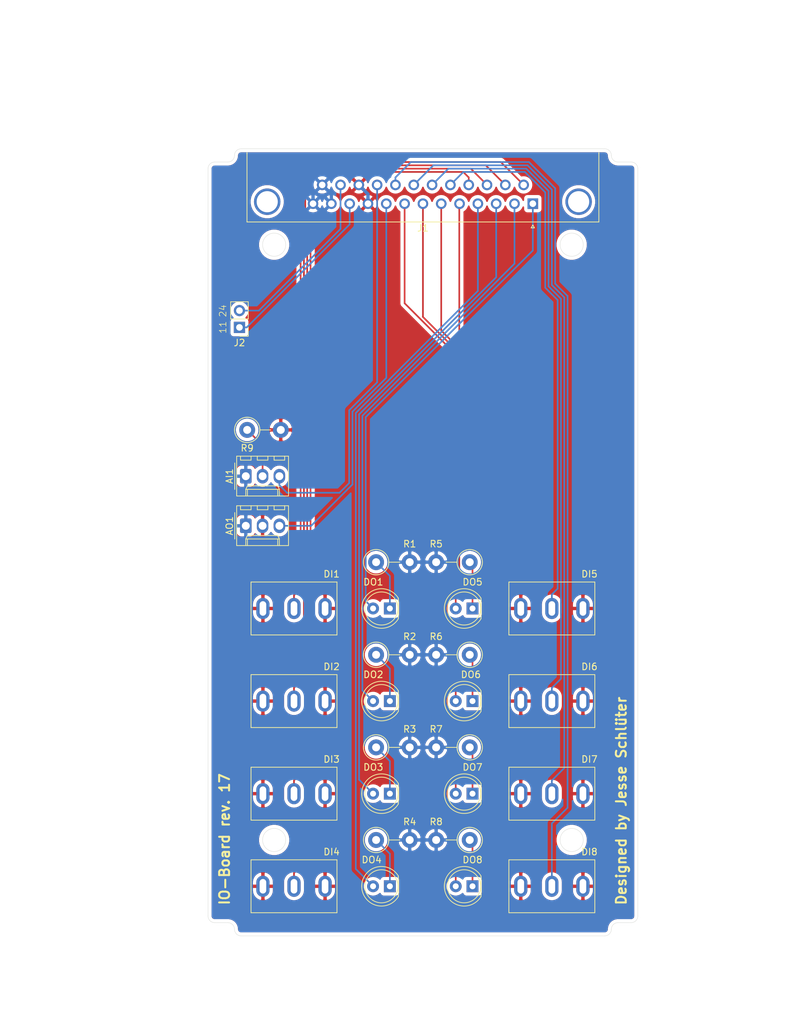
<source format=kicad_pcb>
(kicad_pcb (version 20171130) (host pcbnew 5.1.5)
  (title_block (title IO-Board) (date 2020-03-08) (rev 17) (company "Michael Dziallas Engineering") (comment 1 "Jesse Schlüter"))
  (layers (0 F.Cu signal) (31 B.Cu signal) (34 B.Paste user) (35 F.Paste user) (36 B.SilkS user) (37 F.SilkS user) (38 B.Mask user) (39 F.Mask user) (44 Edge.Cuts user))
  (net 0 "")
  (net 1 /L+Sensor)
  (net 2 /EW)
  (net 3 /En.8)
  (net 4 /En.7)
  (net 5 /En.6)
  (net 6 /En.5)
  (net 7 /En.4)
  (net 8 /En.3)
  (net 9 /En.2)
  (net 10 /En.1)
  (net 11 /AW)
  (net 12 /An.8)
  (net 13 /An.7)
  (net 14 /An.6)
  (net 15 /An.5)
  (net 16 /An.4)
  (net 17 /An.3)
  (net 18 /An.2)
  (net 19 /An.1)
  (net 20 /Masse)
  (net 21 "Net-(J1-Pad0)")
  (net 22 "Net-(AI1-Pad2)")
  (net 23 "Net-(DO1-Pad1)")
  (net 24 "Net-(DO2-Pad1)")
  (net 25 "Net-(DO3-Pad1)")
  (net 26 "Net-(DO4-Pad1)")
  (net 27 "Net-(DO5-Pad1)")
  (net 28 "Net-(DO6-Pad1)")
  (net 29 "Net-(DO7-Pad1)")
  (net 30 "Net-(DO8-Pad1)")
  (net 31 "Net-(J1-Pad24)")
  (net 32 "Net-(J1-Pad11)")
  (module Helix360_Switches:MTS-113 (layer F.Cu) (at 129.5 192)
    (fp_text reference DI8 (at 7 -5.2) (layer F.SilkS) (effects (justify right)))
    (fp_text value SW_SPDT)
    (fp_line (start -6.5 -4) (end 6.5 -4) (layer F.SilkS) (width 0.12))
    (fp_line (start 6.5 -4) (end 6.5 4) (layer F.SilkS) (width 0.12))
    (fp_line (start 6.5 4) (end -6.5 4) (layer F.SilkS) (width 0.12))
    (fp_line (start -6.5 4) (end -6.5 -4) (layer F.SilkS) (width 0.12))
    (pad 1 thru_hole oval (at -4.7 0) (size 2 3.2) (drill oval 1 2.2) (layers *.Cu *.Mask) (net 1 /L+Sensor))
    (pad 2 thru_hole oval (at 0 0) (size 2 3.2) (drill oval 1 2.2) (layers *.Cu *.Mask) (net 3 /En.8))
    (pad 3 thru_hole oval (at 4.7 0) (size 2 3.2) (drill oval 1 2.2) (layers *.Cu *.Mask) (net 1 /L+Sensor))
  )
  (module Helix360_Switches:MTS-113 (layer F.Cu) (at 129.5 178)
    (fp_text reference DI7 (at 7 -5.2) (layer F.SilkS) (effects (justify right)))
    (fp_text value SW_SPDT)
    (fp_line (start -6.5 -4) (end 6.5 -4) (layer F.SilkS) (width 0.12))
    (fp_line (start 6.5 -4) (end 6.5 4) (layer F.SilkS) (width 0.12))
    (fp_line (start 6.5 4) (end -6.5 4) (layer F.SilkS) (width 0.12))
    (fp_line (start -6.5 4) (end -6.5 -4) (layer F.SilkS) (width 0.12))
    (pad 1 thru_hole oval (at -4.7 0) (size 2 3.2) (drill oval 1 2.2) (layers *.Cu *.Mask) (net 1 /L+Sensor))
    (pad 2 thru_hole oval (at 0 0) (size 2 3.2) (drill oval 1 2.2) (layers *.Cu *.Mask) (net 4 /En.7))
    (pad 3 thru_hole oval (at 4.7 0) (size 2 3.2) (drill oval 1 2.2) (layers *.Cu *.Mask) (net 1 /L+Sensor))
  )
  (module Helix360_Switches:MTS-113 (layer F.Cu) (at 129.5 164)
    (fp_text reference DI6 (at 7 -5.2) (layer F.SilkS) (effects (justify right)))
    (fp_text value SW_SPDT)
    (fp_line (start -6.5 -4) (end 6.5 -4) (layer F.SilkS) (width 0.12))
    (fp_line (start 6.5 -4) (end 6.5 4) (layer F.SilkS) (width 0.12))
    (fp_line (start 6.5 4) (end -6.5 4) (layer F.SilkS) (width 0.12))
    (fp_line (start -6.5 4) (end -6.5 -4) (layer F.SilkS) (width 0.12))
    (pad 1 thru_hole oval (at -4.7 0) (size 2 3.2) (drill oval 1 2.2) (layers *.Cu *.Mask) (net 1 /L+Sensor))
    (pad 2 thru_hole oval (at 0 0) (size 2 3.2) (drill oval 1 2.2) (layers *.Cu *.Mask) (net 5 /En.6))
    (pad 3 thru_hole oval (at 4.7 0) (size 2 3.2) (drill oval 1 2.2) (layers *.Cu *.Mask) (net 1 /L+Sensor))
  )
  (module Helix360_Switches:MTS-113 (layer F.Cu) (at 129.5 150)
    (fp_text reference DI5 (at 7 -5.2) (layer F.SilkS) (effects (justify right)))
    (fp_text value SW_SPDT)
    (fp_line (start -6.5 -4) (end 6.5 -4) (layer F.SilkS) (width 0.12))
    (fp_line (start 6.5 -4) (end 6.5 4) (layer F.SilkS) (width 0.12))
    (fp_line (start 6.5 4) (end -6.5 4) (layer F.SilkS) (width 0.12))
    (fp_line (start -6.5 4) (end -6.5 -4) (layer F.SilkS) (width 0.12))
    (pad 1 thru_hole oval (at -4.7 0) (size 2 3.2) (drill oval 1 2.2) (layers *.Cu *.Mask) (net 1 /L+Sensor))
    (pad 2 thru_hole oval (at 0 0) (size 2 3.2) (drill oval 1 2.2) (layers *.Cu *.Mask) (net 6 /En.5))
    (pad 3 thru_hole oval (at 4.7 0) (size 2 3.2) (drill oval 1 2.2) (layers *.Cu *.Mask) (net 1 /L+Sensor))
  )
  (module Helix360_Switches:MTS-113 (layer F.Cu) (at 90.5 192)
    (fp_text reference DI4 (at 7 -5.2) (layer F.SilkS) (effects (justify right)))
    (fp_text value SW_SPDT)
    (fp_line (start -6.5 -4) (end 6.5 -4) (layer F.SilkS) (width 0.12))
    (fp_line (start 6.5 -4) (end 6.5 4) (layer F.SilkS) (width 0.12))
    (fp_line (start 6.5 4) (end -6.5 4) (layer F.SilkS) (width 0.12))
    (fp_line (start -6.5 4) (end -6.5 -4) (layer F.SilkS) (width 0.12))
    (pad 1 thru_hole oval (at -4.7 0) (size 2 3.2) (drill oval 1 2.2) (layers *.Cu *.Mask) (net 1 /L+Sensor))
    (pad 2 thru_hole oval (at 0 0) (size 2 3.2) (drill oval 1 2.2) (layers *.Cu *.Mask) (net 7 /En.4))
    (pad 3 thru_hole oval (at 4.7 0) (size 2 3.2) (drill oval 1 2.2) (layers *.Cu *.Mask) (net 1 /L+Sensor))
  )
  (module Helix360_Switches:MTS-113 (layer F.Cu) (at 90.5 178)
    (fp_text reference DI3 (at 7 -5.2) (layer F.SilkS) (effects (justify right)))
    (fp_text value SW_SPDT)
    (fp_line (start -6.5 -4) (end 6.5 -4) (layer F.SilkS) (width 0.12))
    (fp_line (start 6.5 -4) (end 6.5 4) (layer F.SilkS) (width 0.12))
    (fp_line (start 6.5 4) (end -6.5 4) (layer F.SilkS) (width 0.12))
    (fp_line (start -6.5 4) (end -6.5 -4) (layer F.SilkS) (width 0.12))
    (pad 1 thru_hole oval (at -4.7 0) (size 2 3.2) (drill oval 1 2.2) (layers *.Cu *.Mask) (net 1 /L+Sensor))
    (pad 2 thru_hole oval (at 0 0) (size 2 3.2) (drill oval 1 2.2) (layers *.Cu *.Mask) (net 8 /En.3))
    (pad 3 thru_hole oval (at 4.7 0) (size 2 3.2) (drill oval 1 2.2) (layers *.Cu *.Mask) (net 1 /L+Sensor))
  )
  (module Helix360_Switches:MTS-113 (layer F.Cu) (at 90.5 164)
    (fp_text reference DI2 (at 7 -5.2) (layer F.SilkS) (effects (justify right)))
    (fp_text value SW_SPDT)
    (fp_line (start -6.5 -4) (end 6.5 -4) (layer F.SilkS) (width 0.12))
    (fp_line (start 6.5 -4) (end 6.5 4) (layer F.SilkS) (width 0.12))
    (fp_line (start 6.5 4) (end -6.5 4) (layer F.SilkS) (width 0.12))
    (fp_line (start -6.5 4) (end -6.5 -4) (layer F.SilkS) (width 0.12))
    (pad 1 thru_hole oval (at -4.7 0) (size 2 3.2) (drill oval 1 2.2) (layers *.Cu *.Mask) (net 1 /L+Sensor))
    (pad 2 thru_hole oval (at 0 0) (size 2 3.2) (drill oval 1 2.2) (layers *.Cu *.Mask) (net 9 /En.2))
    (pad 3 thru_hole oval (at 4.7 0) (size 2 3.2) (drill oval 1 2.2) (layers *.Cu *.Mask) (net 1 /L+Sensor))
  )
  (module Helix360_Switches:MTS-113 (layer F.Cu) (at 90.5 150)
    (fp_text reference DI1 (at 7 -5.2) (layer F.SilkS) (effects (justify right)))
    (fp_text value SW_SPDT)
    (fp_line (start -6.5 -4) (end 6.5 -4) (layer F.SilkS) (width 0.12))
    (fp_line (start 6.5 -4) (end 6.5 4) (layer F.SilkS) (width 0.12))
    (fp_line (start 6.5 4) (end -6.5 4) (layer F.SilkS) (width 0.12))
    (fp_line (start -6.5 4) (end -6.5 -4) (layer F.SilkS) (width 0.12))
    (pad 1 thru_hole oval (at -4.7 0) (size 2 3.2) (drill oval 1 2.2) (layers *.Cu *.Mask) (net 1 /L+Sensor))
    (pad 2 thru_hole oval (at 0 0) (size 2 3.2) (drill oval 1 2.2) (layers *.Cu *.Mask) (net 10 /En.1))
    (pad 3 thru_hole oval (at 4.7 0) (size 2 3.2) (drill oval 1 2.2) (layers *.Cu *.Mask) (net 1 /L+Sensor))
  )
  (module Connector_Molex:Molex_KK-254_AE-6410-03A_1x03_P2.54mm_Vertical (layer F.Cu) (at 83.21 130)
    (fp_text reference AI1 (at -2.46 0 90) (layer F.SilkS))
    (fp_text value Conn_01x03_Male)
    (fp_line (start 5.88 -2.43) (end 5.88 -3.03) (layer F.SilkS) (width 0.12))
    (fp_line (start 4.28 -2.43) (end 5.88 -2.43) (layer F.SilkS) (width 0.12))
    (fp_line (start 4.28 -3.03) (end 4.28 -2.43) (layer F.SilkS) (width 0.12))
    (fp_line (start 3.34 -2.43) (end 3.34 -3.03) (layer F.SilkS) (width 0.12))
    (fp_line (start 1.74 -2.43) (end 3.34 -2.43) (layer F.SilkS) (width 0.12))
    (fp_line (start 1.74 -3.03) (end 1.74 -2.43) (layer F.SilkS) (width 0.12))
    (fp_line (start 0.8 -2.43) (end 0.8 -3.03) (layer F.SilkS) (width 0.12))
    (fp_line (start -0.8 -2.43) (end 0.8 -2.43) (layer F.SilkS) (width 0.12))
    (fp_line (start -0.8 -3.03) (end -0.8 -2.43) (layer F.SilkS) (width 0.12))
    (fp_line (start 4.83 2.99) (end 4.83 1.99) (layer F.SilkS) (width 0.12))
    (fp_line (start 0.25 2.99) (end 0.25 1.99) (layer F.SilkS) (width 0.12))
    (fp_line (start 4.83 1.46) (end 5.08 1.99) (layer F.SilkS) (width 0.12))
    (fp_line (start 0.25 1.46) (end 4.83 1.46) (layer F.SilkS) (width 0.12))
    (fp_line (start 0 1.99) (end 0.25 1.46) (layer F.SilkS) (width 0.12))
    (fp_line (start 5.08 1.99) (end 5.08 2.99) (layer F.SilkS) (width 0.12))
    (fp_line (start 0 1.99) (end 5.08 1.99) (layer F.SilkS) (width 0.12))
    (fp_line (start 0 2.99) (end 0 1.99) (layer F.SilkS) (width 0.12))
    (fp_line (start -1.67 -2) (end -1.67 2) (layer F.SilkS) (width 0.12))
    (fp_line (start 6.46 -3.03) (end -1.38 -3.03) (layer F.SilkS) (width 0.12))
    (fp_line (start 6.46 2.99) (end 6.46 -3.03) (layer F.SilkS) (width 0.12))
    (fp_line (start -1.38 2.99) (end 6.46 2.99) (layer F.SilkS) (width 0.12))
    (fp_line (start -1.38 -3.03) (end -1.38 2.99) (layer F.SilkS) (width 0.12))
    (pad 3 thru_hole oval (at 5.08 0) (size 1.74 2.2) (drill 1.2) (layers *.Cu *.Mask) (net 2 /EW))
    (pad 2 thru_hole oval (at 2.54 0) (size 1.74 2.2) (drill 1.2) (layers *.Cu *.Mask) (net 22 "Net-(AI1-Pad2)"))
    (pad 1 thru_hole roundrect (at 0 0) (size 1.74 2.2) (drill 1.2) (layers *.Cu *.Mask) (roundrect_rratio 0.143678) (net 20 /Masse))
  )
  (module Connector_Molex:Molex_KK-254_AE-6410-03A_1x03_P2.54mm_Vertical (layer F.Cu) (at 83.21 137.5)
    (fp_text reference AO1 (at -2.46 0 90) (layer F.SilkS))
    (fp_text value Conn_01x03_Male)
    (fp_line (start 5.88 -2.43) (end 5.88 -3.03) (layer F.SilkS) (width 0.12))
    (fp_line (start 4.28 -2.43) (end 5.88 -2.43) (layer F.SilkS) (width 0.12))
    (fp_line (start 4.28 -3.03) (end 4.28 -2.43) (layer F.SilkS) (width 0.12))
    (fp_line (start 3.34 -2.43) (end 3.34 -3.03) (layer F.SilkS) (width 0.12))
    (fp_line (start 1.74 -2.43) (end 3.34 -2.43) (layer F.SilkS) (width 0.12))
    (fp_line (start 1.74 -3.03) (end 1.74 -2.43) (layer F.SilkS) (width 0.12))
    (fp_line (start 0.8 -2.43) (end 0.8 -3.03) (layer F.SilkS) (width 0.12))
    (fp_line (start -0.8 -2.43) (end 0.8 -2.43) (layer F.SilkS) (width 0.12))
    (fp_line (start -0.8 -3.03) (end -0.8 -2.43) (layer F.SilkS) (width 0.12))
    (fp_line (start 4.83 2.99) (end 4.83 1.99) (layer F.SilkS) (width 0.12))
    (fp_line (start 0.25 2.99) (end 0.25 1.99) (layer F.SilkS) (width 0.12))
    (fp_line (start 4.83 1.46) (end 5.08 1.99) (layer F.SilkS) (width 0.12))
    (fp_line (start 0.25 1.46) (end 4.83 1.46) (layer F.SilkS) (width 0.12))
    (fp_line (start 0 1.99) (end 0.25 1.46) (layer F.SilkS) (width 0.12))
    (fp_line (start 5.08 1.99) (end 5.08 2.99) (layer F.SilkS) (width 0.12))
    (fp_line (start 0 1.99) (end 5.08 1.99) (layer F.SilkS) (width 0.12))
    (fp_line (start 0 2.99) (end 0 1.99) (layer F.SilkS) (width 0.12))
    (fp_line (start -1.67 -2) (end -1.67 2) (layer F.SilkS) (width 0.12))
    (fp_line (start 6.46 -3.03) (end -1.38 -3.03) (layer F.SilkS) (width 0.12))
    (fp_line (start 6.46 2.99) (end 6.46 -3.03) (layer F.SilkS) (width 0.12))
    (fp_line (start -1.38 2.99) (end 6.46 2.99) (layer F.SilkS) (width 0.12))
    (fp_line (start -1.38 -3.03) (end -1.38 2.99) (layer F.SilkS) (width 0.12))
    (pad 3 thru_hole oval (at 5.08 0) (size 1.74 2.2) (drill 1.2) (layers *.Cu *.Mask) (net 11 /AW))
    (pad 2 thru_hole oval (at 2.54 0) (size 1.74 2.2) (drill 1.2) (layers *.Cu *.Mask) (net 1 /L+Sensor))
    (pad 1 thru_hole roundrect (at 0 0) (size 1.74 2.2) (drill 1.2) (layers *.Cu *.Mask) (roundrect_rratio 0.143678) (net 20 /Masse))
  )
  (module Connector_Dsub:DSUB-25_Male_Horizontal_P2.77x2.84mm_EdgePinOffset4.94mm_Housed_MountingHolesOffset7.48mm (layer F.Cu) (at 126.62 88.8 180)
    (fp_text reference J1 (at 16.62 -3.7) (layer F.SilkS))
    (fp_text value DB25_Male)
    (fp_line (start 0 -3.221325) (end -0.25 -3.654338) (layer F.SilkS) (width 0.12))
    (fp_line (start 0.25 -3.654338) (end 0 -3.221325) (layer F.SilkS) (width 0.12))
    (fp_line (start -0.25 -3.654338) (end 0.25 -3.654338) (layer F.SilkS) (width 0.12))
    (fp_line (start 43.23 -2.76) (end 43.23 7.72) (layer F.SilkS) (width 0.12))
    (fp_line (start -9.99 -2.76) (end 43.23 -2.76) (layer F.SilkS) (width 0.12))
    (fp_line (start -9.99 7.72) (end -9.99 -2.76) (layer F.SilkS) (width 0.12))
    (pad 0 thru_hole circle (at 40.17 0.3 180) (size 4 4) (drill 3.2) (layers *.Cu *.Mask) (net 21 "Net-(J1-Pad0)"))
    (pad 0 thru_hole circle (at -6.93 0.3 180) (size 4 4) (drill 3.2) (layers *.Cu *.Mask) (net 21 "Net-(J1-Pad0)"))
    (pad 25 thru_hole circle (at 31.855 2.84 180) (size 1.6 1.6) (drill 1) (layers *.Cu *.Mask) (net 20 /Masse))
    (pad 24 thru_hole circle (at 29.085 2.84 180) (size 1.6 1.6) (drill 1) (layers *.Cu *.Mask) (net 31 "Net-(J1-Pad24)"))
    (pad 23 thru_hole circle (at 26.315 2.84 180) (size 1.6 1.6) (drill 1) (layers *.Cu *.Mask) (net 1 /L+Sensor))
    (pad 22 thru_hole circle (at 23.545 2.84 180) (size 1.6 1.6) (drill 1) (layers *.Cu *.Mask) (net 2 /EW))
    (pad 21 thru_hole circle (at 20.775 2.84 180) (size 1.6 1.6) (drill 1) (layers *.Cu *.Mask) (net 3 /En.8))
    (pad 20 thru_hole circle (at 18.005 2.84 180) (size 1.6 1.6) (drill 1) (layers *.Cu *.Mask) (net 4 /En.7))
    (pad 19 thru_hole circle (at 15.235 2.84 180) (size 1.6 1.6) (drill 1) (layers *.Cu *.Mask) (net 5 /En.6))
    (pad 18 thru_hole circle (at 12.465 2.84 180) (size 1.6 1.6) (drill 1) (layers *.Cu *.Mask) (net 6 /En.5))
    (pad 17 thru_hole circle (at 9.695 2.84 180) (size 1.6 1.6) (drill 1) (layers *.Cu *.Mask) (net 7 /En.4))
    (pad 16 thru_hole circle (at 6.925 2.84 180) (size 1.6 1.6) (drill 1) (layers *.Cu *.Mask) (net 8 /En.3))
    (pad 15 thru_hole circle (at 4.155 2.84 180) (size 1.6 1.6) (drill 1) (layers *.Cu *.Mask) (net 9 /En.2))
    (pad 14 thru_hole circle (at 1.385 2.84 180) (size 1.6 1.6) (drill 1) (layers *.Cu *.Mask) (net 10 /En.1))
    (pad 13 thru_hole circle (at 33.24 0 180) (size 1.6 1.6) (drill 1) (layers *.Cu *.Mask) (net 20 /Masse))
    (pad 12 thru_hole circle (at 30.47 0 180) (size 1.6 1.6) (drill 1) (layers *.Cu *.Mask) (net 20 /Masse))
    (pad 11 thru_hole circle (at 27.7 0 180) (size 1.6 1.6) (drill 1) (layers *.Cu *.Mask) (net 32 "Net-(J1-Pad11)"))
    (pad 10 thru_hole circle (at 24.93 0 180) (size 1.6 1.6) (drill 1) (layers *.Cu *.Mask) (net 1 /L+Sensor))
    (pad 9 thru_hole circle (at 22.16 0 180) (size 1.6 1.6) (drill 1) (layers *.Cu *.Mask) (net 11 /AW))
    (pad 8 thru_hole circle (at 19.39 0 180) (size 1.6 1.6) (drill 1) (layers *.Cu *.Mask) (net 12 /An.8))
    (pad 7 thru_hole circle (at 16.62 0 180) (size 1.6 1.6) (drill 1) (layers *.Cu *.Mask) (net 13 /An.7))
    (pad 6 thru_hole circle (at 13.85 0 180) (size 1.6 1.6) (drill 1) (layers *.Cu *.Mask) (net 14 /An.6))
    (pad 5 thru_hole circle (at 11.08 0 180) (size 1.6 1.6) (drill 1) (layers *.Cu *.Mask) (net 15 /An.5))
    (pad 4 thru_hole circle (at 8.31 0 180) (size 1.6 1.6) (drill 1) (layers *.Cu *.Mask) (net 16 /An.4))
    (pad 3 thru_hole circle (at 5.54 0 180) (size 1.6 1.6) (drill 1) (layers *.Cu *.Mask) (net 17 /An.3))
    (pad 2 thru_hole circle (at 2.77 0 180) (size 1.6 1.6) (drill 1) (layers *.Cu *.Mask) (net 18 /An.2))
    (pad 1 thru_hole rect (at 0 0 180) (size 1.6 1.6) (drill 1) (layers *.Cu *.Mask) (net 19 /An.1))
  )
  (module Connector_PinHeader_2.54mm:PinHeader_1x02_P2.54mm_Vertical (layer F.Cu) (at 82.25 107.5 180)
    (fp_text reference J2 (at 0 -2.33) (layer F.SilkS))
    (fp_text value Conn_01x02_Male)
    (fp_line (start -1.33 -1.33) (end 0 -1.33) (layer F.SilkS) (width 0.12))
    (fp_line (start -1.33 0) (end -1.33 -1.33) (layer F.SilkS) (width 0.12))
    (fp_line (start -1.33 1.27) (end 1.33 1.27) (layer F.SilkS) (width 0.12))
    (fp_line (start 1.33 1.27) (end 1.33 3.87) (layer F.SilkS) (width 0.12))
    (fp_line (start -1.33 1.27) (end -1.33 3.87) (layer F.SilkS) (width 0.12))
    (fp_line (start -1.33 3.87) (end 1.33 3.87) (layer F.SilkS) (width 0.12))
    (pad 2 thru_hole oval (at 0 2.54 180) (size 1.7 1.7) (drill 1) (layers *.Cu *.Mask) (net 31 "Net-(J1-Pad24)"))
    (pad 1 thru_hole rect (at 0 0 180) (size 1.7 1.7) (drill 1) (layers *.Cu *.Mask) (net 32 "Net-(J1-Pad11)"))
  )
  (module Resistor_THT:R_Axial_DIN0411_L9.9mm_D3.6mm_P5.08mm_Vertical (layer F.Cu) (at 83.42 123)
    (fp_text reference R9 (at 0 2.75) (layer F.SilkS))
    (fp_text value R)
    (fp_line (start 1.92 0) (end 3.58 0) (layer F.SilkS) (width 0.12))
    (fp_circle (center 0 0) (end 1.92 0) (layer F.SilkS) (width 0.12))
    (pad 2 thru_hole oval (at 5.08 0) (size 2.4 2.4) (drill 1.2) (layers *.Cu *.Mask) (net 1 /L+Sensor))
    (pad 1 thru_hole circle (at 0 0) (size 2.4 2.4) (drill 1.2) (layers *.Cu *.Mask) (net 22 "Net-(AI1-Pad2)"))
  )
  (module Resistor_THT:R_Axial_DIN0411_L9.9mm_D3.6mm_P5.08mm_Vertical (layer F.Cu) (at 102.92 143)
    (fp_text reference R1 (at 5.08 -2.75) (layer F.SilkS))
    (fp_text value R)
    (fp_line (start 1.92 0) (end 3.58 0) (layer F.SilkS) (width 0.12))
    (fp_circle (center 0 0) (end 1.92 0) (layer F.SilkS) (width 0.12))
    (pad 2 thru_hole oval (at 5.08 0) (size 2.4 2.4) (drill 1.2) (layers *.Cu *.Mask) (net 20 /Masse))
    (pad 1 thru_hole circle (at 0 0) (size 2.4 2.4) (drill 1.2) (layers *.Cu *.Mask) (net 23 "Net-(DO1-Pad1)"))
  )
  (module Resistor_THT:R_Axial_DIN0411_L9.9mm_D3.6mm_P5.08mm_Vertical (layer F.Cu) (at 102.92 157)
    (fp_text reference R2 (at 5.08 -2.75) (layer F.SilkS))
    (fp_text value R)
    (fp_line (start 1.92 0) (end 3.58 0) (layer F.SilkS) (width 0.12))
    (fp_circle (center 0 0) (end 1.92 0) (layer F.SilkS) (width 0.12))
    (pad 2 thru_hole oval (at 5.08 0) (size 2.4 2.4) (drill 1.2) (layers *.Cu *.Mask) (net 20 /Masse))
    (pad 1 thru_hole circle (at 0 0) (size 2.4 2.4) (drill 1.2) (layers *.Cu *.Mask) (net 24 "Net-(DO2-Pad1)"))
  )
  (module Resistor_THT:R_Axial_DIN0411_L9.9mm_D3.6mm_P5.08mm_Vertical (layer F.Cu) (at 102.92 171)
    (fp_text reference R3 (at 5.08 -2.75) (layer F.SilkS))
    (fp_text value R)
    (fp_line (start 1.92 0) (end 3.58 0) (layer F.SilkS) (width 0.12))
    (fp_circle (center 0 0) (end 1.92 0) (layer F.SilkS) (width 0.12))
    (pad 2 thru_hole oval (at 5.08 0) (size 2.4 2.4) (drill 1.2) (layers *.Cu *.Mask) (net 20 /Masse))
    (pad 1 thru_hole circle (at 0 0) (size 2.4 2.4) (drill 1.2) (layers *.Cu *.Mask) (net 25 "Net-(DO3-Pad1)"))
  )
  (module Resistor_THT:R_Axial_DIN0411_L9.9mm_D3.6mm_P5.08mm_Vertical (layer F.Cu) (at 102.92 185)
    (fp_text reference R4 (at 5.08 -2.75) (layer F.SilkS))
    (fp_text value R)
    (fp_line (start 1.92 0) (end 3.58 0) (layer F.SilkS) (width 0.12))
    (fp_circle (center 0 0) (end 1.92 0) (layer F.SilkS) (width 0.12))
    (pad 2 thru_hole oval (at 5.08 0) (size 2.4 2.4) (drill 1.2) (layers *.Cu *.Mask) (net 20 /Masse))
    (pad 1 thru_hole circle (at 0 0) (size 2.4 2.4) (drill 1.2) (layers *.Cu *.Mask) (net 26 "Net-(DO4-Pad1)"))
  )
  (module Resistor_THT:R_Axial_DIN0411_L9.9mm_D3.6mm_P5.08mm_Vertical (layer F.Cu) (at 117.08 143 180)
    (fp_text reference R5 (at 5.08 2.75) (layer F.SilkS))
    (fp_text value R)
    (fp_line (start 1.92 0) (end 3.58 0) (layer F.SilkS) (width 0.12))
    (fp_circle (center 0 0) (end 1.92 0) (layer F.SilkS) (width 0.12))
    (pad 2 thru_hole oval (at 5.08 0 180) (size 2.4 2.4) (drill 1.2) (layers *.Cu *.Mask) (net 20 /Masse))
    (pad 1 thru_hole circle (at 0 0 180) (size 2.4 2.4) (drill 1.2) (layers *.Cu *.Mask) (net 27 "Net-(DO5-Pad1)"))
  )
  (module Resistor_THT:R_Axial_DIN0411_L9.9mm_D3.6mm_P5.08mm_Vertical (layer F.Cu) (at 117.08 157 180)
    (fp_text reference R6 (at 5.08 2.75) (layer F.SilkS))
    (fp_text value R)
    (fp_line (start 1.92 0) (end 3.58 0) (layer F.SilkS) (width 0.12))
    (fp_circle (center 0 0) (end 1.92 0) (layer F.SilkS) (width 0.12))
    (pad 2 thru_hole oval (at 5.08 0 180) (size 2.4 2.4) (drill 1.2) (layers *.Cu *.Mask) (net 20 /Masse))
    (pad 1 thru_hole circle (at 0 0 180) (size 2.4 2.4) (drill 1.2) (layers *.Cu *.Mask) (net 28 "Net-(DO6-Pad1)"))
  )
  (module Resistor_THT:R_Axial_DIN0411_L9.9mm_D3.6mm_P5.08mm_Vertical (layer F.Cu) (at 117.08 171 180)
    (fp_text reference R7 (at 5.08 2.75) (layer F.SilkS))
    (fp_text value R)
    (fp_line (start 1.92 0) (end 3.58 0) (layer F.SilkS) (width 0.12))
    (fp_circle (center 0 0) (end 1.92 0) (layer F.SilkS) (width 0.12))
    (pad 2 thru_hole oval (at 5.08 0 180) (size 2.4 2.4) (drill 1.2) (layers *.Cu *.Mask) (net 20 /Masse))
    (pad 1 thru_hole circle (at 0 0 180) (size 2.4 2.4) (drill 1.2) (layers *.Cu *.Mask) (net 29 "Net-(DO7-Pad1)"))
  )
  (module Resistor_THT:R_Axial_DIN0411_L9.9mm_D3.6mm_P5.08mm_Vertical (layer F.Cu) (at 117.08 185 180)
    (fp_text reference R8 (at 5.08 2.75) (layer F.SilkS))
    (fp_text value R)
    (fp_line (start 1.92 0) (end 3.58 0) (layer F.SilkS) (width 0.12))
    (fp_circle (center 0 0) (end 1.92 0) (layer F.SilkS) (width 0.12))
    (pad 2 thru_hole oval (at 5.08 0 180) (size 2.4 2.4) (drill 1.2) (layers *.Cu *.Mask) (net 20 /Masse))
    (pad 1 thru_hole circle (at 0 0 180) (size 2.4 2.4) (drill 1.2) (layers *.Cu *.Mask) (net 30 "Net-(DO8-Pad1)"))
  )
  (module LED_THT:LED_D5.0mm (layer F.Cu) (at 105 150 180)
    (fp_text reference DO1 (at 2.5 4) (layer F.SilkS))
    (fp_text value LED)
    (fp_line (start -1.29 -1.545) (end -1.29 1.545) (layer F.SilkS) (width 0.12))
    (fp_circle (center 1.27 0) (end 3.77 0) (layer F.SilkS) (width 0.12))
    (fp_arc (start 1.27 0) (end -1.29 1.54483) (angle -148.9) (layer F.SilkS) (width 0.12))
    (fp_arc (start 1.27 0) (end -1.29 -1.54483) (angle 148.9) (layer F.SilkS) (width 0.12))
    (pad 2 thru_hole circle (at 2.54 0 180) (size 1.8 1.8) (drill 0.9) (layers *.Cu *.Mask) (net 19 /An.1))
    (pad 1 thru_hole rect (at 0 0 180) (size 1.8 1.8) (drill 0.9) (layers *.Cu *.Mask) (net 23 "Net-(DO1-Pad1)"))
  )
  (module LED_THT:LED_D5.0mm (layer F.Cu) (at 105 164 180)
    (fp_text reference DO2 (at 2.5 4) (layer F.SilkS))
    (fp_text value LED)
    (fp_line (start -1.29 -1.545) (end -1.29 1.545) (layer F.SilkS) (width 0.12))
    (fp_circle (center 1.27 0) (end 3.77 0) (layer F.SilkS) (width 0.12))
    (fp_arc (start 1.27 0) (end -1.29 1.54483) (angle -148.9) (layer F.SilkS) (width 0.12))
    (fp_arc (start 1.27 0) (end -1.29 -1.54483) (angle 148.9) (layer F.SilkS) (width 0.12))
    (pad 2 thru_hole circle (at 2.54 0 180) (size 1.8 1.8) (drill 0.9) (layers *.Cu *.Mask) (net 18 /An.2))
    (pad 1 thru_hole rect (at 0 0 180) (size 1.8 1.8) (drill 0.9) (layers *.Cu *.Mask) (net 24 "Net-(DO2-Pad1)"))
  )
  (module LED_THT:LED_D5.0mm (layer F.Cu) (at 105 178 180)
    (fp_text reference DO3 (at 2.5 4) (layer F.SilkS))
    (fp_text value LED)
    (fp_line (start -1.29 -1.545) (end -1.29 1.545) (layer F.SilkS) (width 0.12))
    (fp_circle (center 1.27 0) (end 3.77 0) (layer F.SilkS) (width 0.12))
    (fp_arc (start 1.27 0) (end -1.29 1.54483) (angle -148.9) (layer F.SilkS) (width 0.12))
    (fp_arc (start 1.27 0) (end -1.29 -1.54483) (angle 148.9) (layer F.SilkS) (width 0.12))
    (pad 2 thru_hole circle (at 2.54 0 180) (size 1.8 1.8) (drill 0.9) (layers *.Cu *.Mask) (net 17 /An.3))
    (pad 1 thru_hole rect (at 0 0 180) (size 1.8 1.8) (drill 0.9) (layers *.Cu *.Mask) (net 25 "Net-(DO3-Pad1)"))
  )
  (module LED_THT:LED_D5.0mm (layer F.Cu) (at 105 192 180)
    (fp_text reference DO4 (at 2.75 4) (layer F.SilkS))
    (fp_text value LED)
    (fp_line (start -1.29 -1.545) (end -1.29 1.545) (layer F.SilkS) (width 0.12))
    (fp_circle (center 1.27 0) (end 3.77 0) (layer F.SilkS) (width 0.12))
    (fp_arc (start 1.27 0) (end -1.29 1.54483) (angle -148.9) (layer F.SilkS) (width 0.12))
    (fp_arc (start 1.27 0) (end -1.29 -1.54483) (angle 148.9) (layer F.SilkS) (width 0.12))
    (pad 2 thru_hole circle (at 2.54 0 180) (size 1.8 1.8) (drill 0.9) (layers *.Cu *.Mask) (net 16 /An.4))
    (pad 1 thru_hole rect (at 0 0 180) (size 1.8 1.8) (drill 0.9) (layers *.Cu *.Mask) (net 26 "Net-(DO4-Pad1)"))
  )
  (module LED_THT:LED_D5.0mm (layer F.Cu) (at 117.5 150 180)
    (fp_text reference DO5 (at 0 4) (layer F.SilkS))
    (fp_text value LED)
    (fp_line (start -1.29 -1.545) (end -1.29 1.545) (layer F.SilkS) (width 0.12))
    (fp_circle (center 1.27 0) (end 3.77 0) (layer F.SilkS) (width 0.12))
    (fp_arc (start 1.27 0) (end -1.29 1.54483) (angle -148.9) (layer F.SilkS) (width 0.12))
    (fp_arc (start 1.27 0) (end -1.29 -1.54483) (angle 148.9) (layer F.SilkS) (width 0.12))
    (pad 2 thru_hole circle (at 2.54 0 180) (size 1.8 1.8) (drill 0.9) (layers *.Cu *.Mask) (net 15 /An.5))
    (pad 1 thru_hole rect (at 0 0 180) (size 1.8 1.8) (drill 0.9) (layers *.Cu *.Mask) (net 27 "Net-(DO5-Pad1)"))
  )
  (module LED_THT:LED_D5.0mm (layer F.Cu) (at 117.5 164 180)
    (fp_text reference DO6 (at 0.25 4) (layer F.SilkS))
    (fp_text value LED)
    (fp_line (start -1.29 -1.545) (end -1.29 1.545) (layer F.SilkS) (width 0.12))
    (fp_circle (center 1.27 0) (end 3.77 0) (layer F.SilkS) (width 0.12))
    (fp_arc (start 1.27 0) (end -1.29 1.54483) (angle -148.9) (layer F.SilkS) (width 0.12))
    (fp_arc (start 1.27 0) (end -1.29 -1.54483) (angle 148.9) (layer F.SilkS) (width 0.12))
    (pad 2 thru_hole circle (at 2.54 0 180) (size 1.8 1.8) (drill 0.9) (layers *.Cu *.Mask) (net 14 /An.6))
    (pad 1 thru_hole rect (at 0 0 180) (size 1.8 1.8) (drill 0.9) (layers *.Cu *.Mask) (net 28 "Net-(DO6-Pad1)"))
  )
  (module LED_THT:LED_D5.0mm (layer F.Cu) (at 117.5 178 180)
    (fp_text reference DO7 (at 0 4) (layer F.SilkS))
    (fp_text value LED)
    (fp_line (start -1.29 -1.545) (end -1.29 1.545) (layer F.SilkS) (width 0.12))
    (fp_circle (center 1.27 0) (end 3.77 0) (layer F.SilkS) (width 0.12))
    (fp_arc (start 1.27 0) (end -1.29 1.54483) (angle -148.9) (layer F.SilkS) (width 0.12))
    (fp_arc (start 1.27 0) (end -1.29 -1.54483) (angle 148.9) (layer F.SilkS) (width 0.12))
    (pad 2 thru_hole circle (at 2.54 0 180) (size 1.8 1.8) (drill 0.9) (layers *.Cu *.Mask) (net 13 /An.7))
    (pad 1 thru_hole rect (at 0 0 180) (size 1.8 1.8) (drill 0.9) (layers *.Cu *.Mask) (net 29 "Net-(DO7-Pad1)"))
  )
  (module LED_THT:LED_D5.0mm (layer F.Cu) (at 117.5 192 180)
    (fp_text reference DO8 (at 0 4) (layer F.SilkS))
    (fp_text value LED)
    (fp_line (start -1.29 -1.545) (end -1.29 1.545) (layer F.SilkS) (width 0.12))
    (fp_circle (center 1.27 0) (end 3.77 0) (layer F.SilkS) (width 0.12))
    (fp_arc (start 1.27 0) (end -1.29 1.54483) (angle -148.9) (layer F.SilkS) (width 0.12))
    (fp_arc (start 1.27 0) (end -1.29 -1.54483) (angle 148.9) (layer F.SilkS) (width 0.12))
    (pad 2 thru_hole circle (at 2.54 0 180) (size 1.8 1.8) (drill 0.9) (layers *.Cu *.Mask) (net 12 /An.8))
    (pad 1 thru_hole rect (at 0 0 180) (size 1.8 1.8) (drill 0.9) (layers *.Cu *.Mask) (net 30 "Net-(DO8-Pad1)"))
  )
  (gr_line (start 80.5 197.5) (end 78.5 197.5) (layer Edge.Cuts) (width 0.05))
  (gr_arc (start 78.5 196.5) (end 77.5 196.5) (angle -90) (layer Edge.Cuts) (width 0.05))
  (gr_arc (start 80.5 198.5) (end 81.5 198.5) (angle -90) (layer Edge.Cuts) (width 0.05))
  (gr_arc (start 82.5 198.5) (end 81.5 198.5) (angle -90) (layer Edge.Cuts) (width 0.05))
  (gr_line (start 139.5 197.5) (end 141.5 197.5) (layer Edge.Cuts) (width 0.05))
  (gr_arc (start 141.5 196.5) (end 141.5 197.5) (angle -90) (layer Edge.Cuts) (width 0.05))
  (gr_arc (start 139.5 198.5) (end 139.5 197.5) (angle -90) (layer Edge.Cuts) (width 0.05))
  (gr_arc (start 137.5 198.5) (end 137.5 199.5) (angle -90) (layer Edge.Cuts) (width 0.05))
  (gr_line (start 141.5 82.5) (end 139.5 82.5) (layer Edge.Cuts) (width 0.05))
  (gr_arc (start 141.5 83.5) (end 142.5 83.5) (angle -90) (layer Edge.Cuts) (width 0.05))
  (gr_arc (start 139.5 81.5) (end 138.5 81.5) (angle -90) (layer Edge.Cuts) (width 0.05))
  (gr_arc (start 137.5 81.5) (end 138.5 81.5) (angle -90) (layer Edge.Cuts) (width 0.05))
  (gr_line (start 78.5 82.5) (end 80.5 82.5) (layer Edge.Cuts) (width 0.05))
  (gr_arc (start 78.5 83.5) (end 78.5 82.5) (angle -90) (layer Edge.Cuts) (width 0.05))
  (gr_arc (start 80.5 81.5) (end 80.5 82.5) (angle -90) (layer Edge.Cuts) (width 0.05))
  (gr_arc (start 82.5 81.5) (end 82.5 80.5) (angle -90) (layer Edge.Cuts) (width 0.05))
  (gr_text 11 (at 79.75 107.5 90) (layer F.SilkS) (effects (font (size 1 1) (thickness 0.1))))
  (gr_text 24 (at 79.75 105 90) (layer F.SilkS) (effects (font (size 1 1) (thickness 0.1))))
  (gr_text "Designed by Jesse Schlüter" (at 140 195 90) (layer F.SilkS) (effects (font (size 1.5 1.5) (thickness 0.3)) (justify left)))
  (gr_text "IO-Board rev. 17" (at 80 195 90) (layer F.SilkS) (effects (font (size 1.5 1.5) (thickness 0.3)) (justify left)))
  (gr_circle (center 87.5 95) (end 89.25 95) (layer Edge.Cuts) (width 0.05))
  (gr_circle (center 87.5 185) (end 89.25 185) (layer Edge.Cuts) (width 0.05))
  (gr_circle (center 132.5 185) (end 134.25 185) (layer Edge.Cuts) (width 0.05))
  (gr_circle (center 132.5 95) (end 134.25 95) (layer Edge.Cuts) (width 0.05))
  (gr_line (start 77.5 196.5) (end 77.5 83.5) (layer Edge.Cuts) (width 0.05))
  (gr_line (start 137.5 199.5) (end 82.5 199.5) (layer Edge.Cuts) (width 0.05))
  (gr_line (start 142.5 83.5) (end 142.5 196.5) (layer Edge.Cuts) (width 0.05))
  (gr_line (start 82.5 80.5) (end 137.5 80.5) (layer Edge.Cuts) (width 0.05))
  (segment (start 101.69 87.345) (end 100.305 85.96) (width 0.5) (layer B.Cu) (net 1))
  (segment (start 101.69 88.8) (end 101.69 87.345) (width 0.5) (layer B.Cu) (net 1))
  (segment (start 103.075 115.80364) (end 103.075 85.96) (width 0.25) (layer B.Cu) (net 2))
  (segment (start 98.844949 120.033691) (end 103.075 115.80364) (width 0.25) (layer B.Cu) (net 2))
  (segment (start 98.844949 131.04289) (end 98.844949 120.033691) (width 0.25) (layer B.Cu) (net 2))
  (segment (start 97.387839 132.5) (end 98.844949 131.04289) (width 0.25) (layer B.Cu) (net 2))
  (segment (start 88.29 131.35) (end 88.29 130) (width 0.25) (layer B.Cu) (net 2))
  (segment (start 89.44 132.5) (end 88.29 131.35) (width 0.25) (layer B.Cu) (net 2))
  (segment (start 97.387839 132.5) (end 89.44 132.5) (width 0.25) (layer B.Cu) (net 2))
  (segment (start 129.5 182.5) (end 129.5 192) (width 0.25) (layer B.Cu) (net 3))
  (segment (start 131.87503 180.12497) (end 129.5 182.5) (width 0.25) (layer B.Cu) (net 3))
  (segment (start 131.87503 102.75367) (end 131.87503 180.12497) (width 0.25) (layer B.Cu) (net 3))
  (segment (start 130.00003 100.87867) (end 131.87503 102.75367) (width 0.25) (layer B.Cu) (net 3))
  (segment (start 130.00003 86.464668) (end 130.00003 100.87867) (width 0.25) (layer B.Cu) (net 3))
  (segment (start 108.173654 82.499976) (end 126.035338 82.499976) (width 0.25) (layer B.Cu) (net 3))
  (segment (start 105.845 84.82863) (end 108.173654 82.499976) (width 0.25) (layer B.Cu) (net 3))
  (segment (start 126.035338 82.499976) (end 130.00003 86.464668) (width 0.25) (layer B.Cu) (net 3))
  (segment (start 105.845 85.96) (end 105.845 84.82863) (width 0.25) (layer B.Cu) (net 3))
  (segment (start 131.37502 174.12498) (end 131.37502 102.96078) (width 0.25) (layer B.Cu) (net 4))
  (segment (start 129.5 176) (end 131.37502 174.12498) (width 0.25) (layer B.Cu) (net 4))
  (segment (start 131.37502 102.96078) (end 129.50002 101.08578) (width 0.25) (layer B.Cu) (net 4))
  (segment (start 129.5 178) (end 129.5 176) (width 0.25) (layer B.Cu) (net 4))
  (segment (start 129.50002 86.671778) (end 129.50002 101.08578) (width 0.25) (layer B.Cu) (net 4))
  (segment (start 125.828226 82.999984) (end 129.464121 86.635879) (width 0.25) (layer B.Cu) (net 4))
  (segment (start 108.615 85.96) (end 111.575016 82.999984) (width 0.25) (layer B.Cu) (net 4))
  (segment (start 111.575016 82.999984) (end 125.828226 82.999984) (width 0.25) (layer B.Cu) (net 4))
  (segment (start 130.87501 103.16789) (end 129.00001 101.29289) (width 0.25) (layer B.Cu) (net 5))
  (segment (start 130.87501 160.62499) (end 130.87501 103.16789) (width 0.25) (layer B.Cu) (net 5))
  (segment (start 129.5 162) (end 130.87501 160.62499) (width 0.25) (layer B.Cu) (net 5))
  (segment (start 129.5 164) (end 129.5 162) (width 0.25) (layer B.Cu) (net 5))
  (segment (start 129.00001 86.878888) (end 129.00001 101.29289) (width 0.25) (layer B.Cu) (net 5))
  (segment (start 125.621114 83.499992) (end 129.00001 86.878888) (width 0.25) (layer B.Cu) (net 5))
  (segment (start 113.845008 83.499992) (end 125.621114 83.499992) (width 0.25) (layer B.Cu) (net 5))
  (segment (start 111.385 85.96) (end 113.845008 83.499992) (width 0.25) (layer B.Cu) (net 5))
  (segment (start 129.5 147.875) (end 129.5 150) (width 0.25) (layer B.Cu) (net 6))
  (segment (start 130.375 103.375) (end 130.375 147) (width 0.25) (layer B.Cu) (net 6))
  (segment (start 130.375 147) (end 129.5 147.875) (width 0.25) (layer B.Cu) (net 6))
  (segment (start 128.5 101.5) (end 130.375 103.375) (width 0.25) (layer B.Cu) (net 6))
  (segment (start 128.5 87.085998) (end 128.5 101.5) (width 0.25) (layer B.Cu) (net 6))
  (segment (start 114.155 85.96) (end 116.115 84) (width 0.25) (layer B.Cu) (net 6))
  (segment (start 125.414002 84) (end 128.5 87.085998) (width 0.25) (layer B.Cu) (net 6))
  (segment (start 116.115 84) (end 125.414002 84) (width 0.25) (layer B.Cu) (net 6))
  (segment (start 90.5 190) (end 90.5 192) (width 0.25) (layer F.Cu) (net 7))
  (segment (start 116.925 85.96) (end 116.925 84.82863) (width 0.25) (layer F.Cu) (net 7))
  (segment (start 116.925 84.82863) (end 116.09637 84) (width 0.25) (layer F.Cu) (net 7))
  (segment (start 116.09637 84) (end 94.4 84) (width 0.25) (layer F.Cu) (net 7))
  (segment (start 93 187.5) (end 90.5 190) (width 0.25) (layer F.Cu) (net 7))
  (segment (start 93 94.5) (end 93 187.5) (width 0.25) (layer F.Cu) (net 7))
  (segment (start 92.204999 93.704999) (end 93 94.5) (width 0.25) (layer F.Cu) (net 7))
  (segment (start 94.4 84) (end 92.204999 86.195001) (width 0.25) (layer F.Cu) (net 7))
  (segment (start 92.204999 86.195001) (end 92.204999 93.704999) (width 0.25) (layer F.Cu) (net 7))
  (segment (start 90.5 176) (end 90.5 178) (width 0.25) (layer F.Cu) (net 8))
  (segment (start 92.5 174) (end 90.5 176) (width 0.25) (layer F.Cu) (net 8))
  (segment (start 92.5 94.70712) (end 92.5 174) (width 0.25) (layer F.Cu) (net 8))
  (segment (start 94.19289 83.49999) (end 91.704989 85.987891) (width 0.25) (layer F.Cu) (net 8))
  (segment (start 119.695 85.96) (end 117.23499 83.49999) (width 0.25) (layer F.Cu) (net 8))
  (segment (start 91.704989 85.987891) (end 91.704989 93.912109) (width 0.25) (layer F.Cu) (net 8))
  (segment (start 117.23499 83.49999) (end 94.19289 83.49999) (width 0.25) (layer F.Cu) (net 8))
  (segment (start 91.704989 93.912109) (end 92.5 94.70712) (width 0.25) (layer F.Cu) (net 8))
  (segment (start 90.5 162) (end 90.5 164) (width 0.25) (layer F.Cu) (net 9))
  (segment (start 92 160.5) (end 90.5 162) (width 0.25) (layer F.Cu) (net 9))
  (segment (start 92 94.91424) (end 92 160.5) (width 0.25) (layer F.Cu) (net 9))
  (segment (start 122.465 85.96) (end 119.50498 82.99998) (width 0.25) (layer F.Cu) (net 9))
  (segment (start 119.50498 82.99998) (end 93.98578 82.99998) (width 0.25) (layer F.Cu) (net 9))
  (segment (start 93.98578 82.99998) (end 91.204979 85.780781) (width 0.25) (layer F.Cu) (net 9))
  (segment (start 91.204979 85.780781) (end 91.204979 94.119219) (width 0.25) (layer F.Cu) (net 9))
  (segment (start 91.204979 94.119219) (end 92 94.91424) (width 0.25) (layer F.Cu) (net 9))
  (segment (start 90.5 148) (end 90.5 150) (width 0.25) (layer F.Cu) (net 10))
  (segment (start 91.5 95.12136) (end 91.5 147) (width 0.25) (layer F.Cu) (net 10))
  (segment (start 125.235 85.96) (end 121.77497 82.49997) (width 0.25) (layer F.Cu) (net 10))
  (segment (start 121.77497 82.49997) (end 93.77867 82.49997) (width 0.25) (layer F.Cu) (net 10))
  (segment (start 91.5 147) (end 90.5 148) (width 0.25) (layer F.Cu) (net 10))
  (segment (start 93.77867 82.49997) (end 90.704969 85.573671) (width 0.25) (layer F.Cu) (net 10))
  (segment (start 90.704969 85.573671) (end 90.704969 94.326329) (width 0.25) (layer F.Cu) (net 10))
  (segment (start 90.704969 94.326329) (end 91.5 95.12136) (width 0.25) (layer F.Cu) (net 10))
  (segment (start 99.344959 120.240801) (end 104.46 115.12576) (width 0.25) (layer B.Cu) (net 11))
  (segment (start 104.46 115.12576) (end 104.46 88.4) (width 0.25) (layer B.Cu) (net 11))
  (segment (start 99.344959 131.25) (end 99.344959 120.240801) (width 0.25) (layer B.Cu) (net 11))
  (segment (start 93.094959 137.5) (end 99.344959 131.25) (width 0.25) (layer B.Cu) (net 11))
  (segment (start 93.094959 137.5) (end 88.29 137.5) (width 0.25) (layer B.Cu) (net 11))
  (segment (start 107.23 103.85136) (end 107.23 88.4) (width 0.25) (layer F.Cu) (net 12))
  (segment (start 114 110.62136) (end 107.23 103.85136) (width 0.25) (layer F.Cu) (net 12))
  (segment (start 114 147.37864) (end 114 110.62136) (width 0.25) (layer F.Cu) (net 12))
  (segment (start 112.684979 148.693661) (end 114 147.37864) (width 0.25) (layer F.Cu) (net 12))
  (segment (start 112.684979 151.599219) (end 112.684979 148.693661) (width 0.25) (layer F.Cu) (net 12))
  (segment (start 113.184989 165.392109) (end 113.184989 162.567881) (width 0.25) (layer F.Cu) (net 12))
  (segment (start 113.684999 176.774991) (end 114.45999 176) (width 0.25) (layer F.Cu) (net 12))
  (segment (start 113.184989 162.567881) (end 113.95998 161.79289) (width 0.25) (layer F.Cu) (net 12))
  (segment (start 114.96 192) (end 114.96 180.54) (width 0.25) (layer F.Cu) (net 12))
  (segment (start 115 180.5) (end 113.684999 179.184999) (width 0.25) (layer F.Cu) (net 12))
  (segment (start 114.96 180.54) (end 115 180.5) (width 0.25) (layer F.Cu) (net 12))
  (segment (start 114.45999 166.66711) (end 113.184989 165.392109) (width 0.25) (layer F.Cu) (net 12))
  (segment (start 114.45999 176) (end 114.45999 166.66711) (width 0.25) (layer F.Cu) (net 12))
  (segment (start 113.95998 161.79289) (end 113.95998 152.87422) (width 0.25) (layer F.Cu) (net 12))
  (segment (start 113.684999 179.184999) (end 113.684999 176.774991) (width 0.25) (layer F.Cu) (net 12))
  (segment (start 113.95998 152.87422) (end 112.684979 151.599219) (width 0.25) (layer F.Cu) (net 12))
  (segment (start 110 105.91424) (end 110 88.4) (width 0.25) (layer F.Cu) (net 13))
  (segment (start 114.5 110.41424) (end 110 105.91424) (width 0.25) (layer F.Cu) (net 13))
  (segment (start 114.5 147.58576) (end 114.5 110.41424) (width 0.25) (layer F.Cu) (net 13))
  (segment (start 113.184989 148.900771) (end 114.5 147.58576) (width 0.25) (layer F.Cu) (net 13))
  (segment (start 113.184989 151.392109) (end 113.184989 148.900771) (width 0.25) (layer F.Cu) (net 13))
  (segment (start 114.45999 152.66711) (end 113.184989 151.392109) (width 0.25) (layer F.Cu) (net 13))
  (segment (start 114.96 166.46) (end 113.684999 165.184999) (width 0.25) (layer F.Cu) (net 13))
  (segment (start 113.684999 165.184999) (end 113.684999 162.774991) (width 0.25) (layer F.Cu) (net 13))
  (segment (start 114.96 178) (end 114.96 166.46) (width 0.25) (layer F.Cu) (net 13))
  (segment (start 113.684999 162.774991) (end 114.45999 162) (width 0.25) (layer F.Cu) (net 13))
  (segment (start 114.45999 162) (end 114.45999 152.66711) (width 0.25) (layer F.Cu) (net 13))
  (segment (start 115 147.79288) (end 115 110.20712) (width 0.25) (layer F.Cu) (net 14))
  (segment (start 114.96 152.54) (end 115 152.5) (width 0.25) (layer F.Cu) (net 14))
  (segment (start 114.96 164) (end 114.96 152.54) (width 0.25) (layer F.Cu) (net 14))
  (segment (start 113.684999 149.107881) (end 115 147.79288) (width 0.25) (layer F.Cu) (net 14))
  (segment (start 115 110.20712) (end 112.77 107.97712) (width 0.25) (layer F.Cu) (net 14))
  (segment (start 115 152.5) (end 113.684999 151.184999) (width 0.25) (layer F.Cu) (net 14))
  (segment (start 112.77 107.97712) (end 112.77 88.4) (width 0.25) (layer F.Cu) (net 14))
  (segment (start 113.684999 151.184999) (end 113.684999 149.107881) (width 0.25) (layer F.Cu) (net 14))
  (segment (start 115.54 89.53137) (end 115.54 88.4) (width 0.25) (layer F.Cu) (net 15))
  (segment (start 115.50001 89.57136) (end 115.54 89.53137) (width 0.25) (layer F.Cu) (net 15))
  (segment (start 115.50001 147.99999) (end 115.50001 89.57136) (width 0.25) (layer F.Cu) (net 15))
  (segment (start 114.96 148.54) (end 115.50001 147.99999) (width 0.25) (layer F.Cu) (net 15))
  (segment (start 114.96 150) (end 114.96 148.54) (width 0.25) (layer F.Cu) (net 15))
  (segment (start 99.844969 120.447911) (end 116.925 103.36788) (width 0.25) (layer B.Cu) (net 16))
  (segment (start 102.46 192) (end 99.844969 189.384969) (width 0.25) (layer B.Cu) (net 16))
  (segment (start 99.844969 189.384969) (end 99.844969 120.447911) (width 0.25) (layer B.Cu) (net 16))
  (segment (start 118.31 101.98288) (end 116.89644 103.39644) (width 0.25) (layer B.Cu) (net 16))
  (segment (start 118.31 88.4) (end 118.31 101.98288) (width 0.25) (layer B.Cu) (net 16))
  (segment (start 100.344979 175.884979) (end 102.46 178) (width 0.25) (layer B.Cu) (net 17))
  (segment (start 100.344979 120.655021) (end 100.344979 175.884979) (width 0.25) (layer B.Cu) (net 17))
  (segment (start 121.08 88.4) (end 121.08 99.92) (width 0.25) (layer B.Cu) (net 17))
  (segment (start 121.08 99.92) (end 100.344979 120.655021) (width 0.25) (layer B.Cu) (net 17))
  (segment (start 100.844989 120.862131) (end 100.844989 162.384989) (width 0.25) (layer B.Cu) (net 18))
  (segment (start 100.844989 162.384989) (end 102.46 164) (width 0.25) (layer B.Cu) (net 18))
  (segment (start 123.85 88.4) (end 123.85 97.85712) (width 0.25) (layer B.Cu) (net 18))
  (segment (start 123.85 97.85712) (end 100.844989 120.862131) (width 0.25) (layer B.Cu) (net 18))
  (segment (start 124.5 98) (end 101.344999 121.069241) (width 0.25) (layer B.Cu) (net 19))
  (segment (start 126.62 88.4) (end 126.62 95.88) (width 0.25) (layer B.Cu) (net 19))
  (segment (start 101.344999 148.884999) (end 102.46 150) (width 0.25) (layer B.Cu) (net 19))
  (segment (start 101.344999 121.069241) (end 101.344999 148.884999) (width 0.25) (layer B.Cu) (net 19))
  (segment (start 126.62 95.88) (end 124.5 98) (width 0.25) (layer B.Cu) (net 19))
  (segment (start 93.38 87.345) (end 94.765 85.96) (width 0.5) (layer B.Cu) (net 20))
  (segment (start 93.38 88.8) (end 93.38 87.345) (width 0.5) (layer B.Cu) (net 20))
  (segment (start 96.15 87.345) (end 94.765 85.96) (width 0.5) (layer B.Cu) (net 20))
  (segment (start 96.15 88.8) (end 96.15 87.345) (width 0.5) (layer B.Cu) (net 20))
  (segment (start 85.75 125.33) (end 83.42 123) (width 0.25) (layer F.Cu) (net 22))
  (segment (start 85.75 130) (end 85.75 125.33) (width 0.25) (layer F.Cu) (net 22))
  (segment (start 105 145.08) (end 102.92 143) (width 0.25) (layer B.Cu) (net 23))
  (segment (start 105 150) (end 105 145.08) (width 0.25) (layer B.Cu) (net 23))
  (segment (start 105 159.08) (end 102.92 157) (width 0.25) (layer B.Cu) (net 24))
  (segment (start 105 164) (end 105 159.08) (width 0.25) (layer B.Cu) (net 24))
  (segment (start 105 173.08) (end 102.92 171) (width 0.25) (layer B.Cu) (net 25))
  (segment (start 105 178) (end 105 173.08) (width 0.25) (layer B.Cu) (net 25))
  (segment (start 105 187.08) (end 102.92 185) (width 0.25) (layer B.Cu) (net 26))
  (segment (start 105 192) (end 105 187.08) (width 0.25) (layer B.Cu) (net 26))
  (segment (start 117.5 143.42) (end 117.08 143) (width 0.25) (layer F.Cu) (net 27))
  (segment (start 117.5 150) (end 117.5 143.42) (width 0.25) (layer F.Cu) (net 27))
  (segment (start 117.5 157.42) (end 117.08 157) (width 0.25) (layer F.Cu) (net 28))
  (segment (start 117.5 164) (end 117.5 157.42) (width 0.25) (layer F.Cu) (net 28))
  (segment (start 117.5 171.42) (end 117.08 171) (width 0.25) (layer F.Cu) (net 29))
  (segment (start 117.5 178) (end 117.5 171.42) (width 0.25) (layer F.Cu) (net 29))
  (segment (start 117.5 185.42) (end 117.08 185) (width 0.25) (layer F.Cu) (net 30))
  (segment (start 117.5 192) (end 117.5 185.42) (width 0.25) (layer F.Cu) (net 30))
  (segment (start 82.25 104.96) (end 85.18288 104.96) (width 0.25) (layer B.Cu) (net 31))
  (segment (start 97.535 92.60788) (end 97.535 85.96) (width 0.25) (layer B.Cu) (net 31))
  (segment (start 85.18288 104.96) (end 97.535 92.60788) (width 0.25) (layer B.Cu) (net 31))
  (segment (start 98.92 89.93137) (end 98.92 88.8) (width 0.25) (layer B.Cu) (net 32))
  (segment (start 98.92 91.93) (end 98.92 89.93137) (width 0.25) (layer B.Cu) (net 32))
  (segment (start 83.35 107.5) (end 98.92 91.93) (width 0.25) (layer B.Cu) (net 32))
  (segment (start 82.25 107.5) (end 83.35 107.5) (width 0.25) (layer B.Cu) (net 32))
  (zone (net 20) (net_name /Masse) (layer B.Cu) (connect_pads (clearance 0.508)) (min_thickness 0.254) (fill yes (arc_segments 32) (thermal_gap 0.508) (thermal_bridge_width 0.508))
    (polygon (pts (xy 143 200) (xy 77 200) (xy 77 80) (xy 143 80)))
  )
  (zone (net 1) (net_name /L+Sensor) (layer F.Cu) (connect_pads (clearance 0.508)) (min_thickness 0.254) (fill yes (arc_segments 32) (thermal_gap 0.508) (thermal_bridge_width 0.508))
    (polygon (pts (xy 143 200) (xy 77 200) (xy 77 80) (xy 143 80)))
  )
)
</source>
